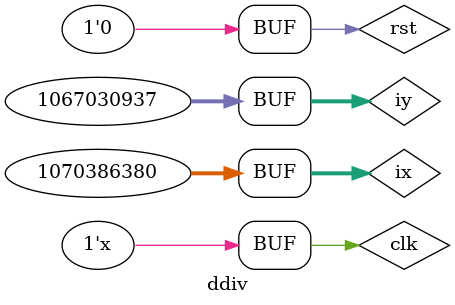
<source format=v>
`timescale 1ns / 1ps


module ddiv;

	// Inputs
	reg [31:0] ix;
	reg [31:0] iy;
	reg clk;
	reg rst;

	// Outputs
	wire [31:0] oz;
	wire [1:0] Yichu;

	// Instantiate the Unit Under Test (UUT)
	float_div uut (
		.ix(ix), 
		.iy(iy), 
		.clk(clk), 
		.rst(rst), 
		.oz(oz), 
		.Yichu(Yichu)
	);

	initial begin
		// Initialize Inputs
		ix = 0;
		iy = 0;
		clk = 0;
		rst = 0;
		// Wait 100 ns for global reset to finish
		#100;
	   //1.6
		ix = 32'h3FCCCCCC;
		//1.2
		iy = 32'h3F999999;
	end
	always #25 clk=~clk;
      
endmodule


</source>
